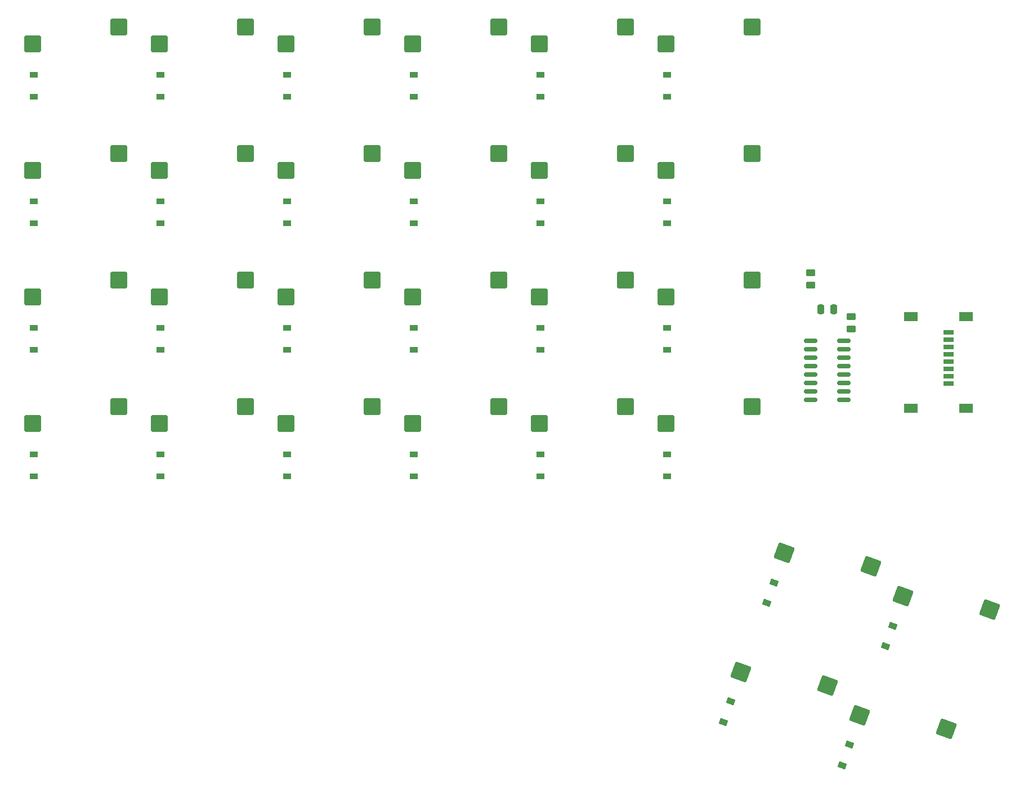
<source format=gbp>
%TF.GenerationSoftware,KiCad,Pcbnew,6.99.0-dfdedfa605*%
%TF.CreationDate,2022-05-26T14:32:38+01:00*%
%TF.ProjectId,keyboard-left,6b657962-6f61-4726-942d-6c6566742e6b,dev-1*%
%TF.SameCoordinates,Original*%
%TF.FileFunction,Paste,Bot*%
%TF.FilePolarity,Positive*%
%FSLAX46Y46*%
G04 Gerber Fmt 4.6, Leading zero omitted, Abs format (unit mm)*
G04 Created by KiCad (PCBNEW 6.99.0-dfdedfa605) date 2022-05-26 14:32:38*
%MOMM*%
%LPD*%
G01*
G04 APERTURE LIST*
G04 Aperture macros list*
%AMRoundRect*
0 Rectangle with rounded corners*
0 $1 Rounding radius*
0 $2 $3 $4 $5 $6 $7 $8 $9 X,Y pos of 4 corners*
0 Add a 4 corners polygon primitive as box body*
4,1,4,$2,$3,$4,$5,$6,$7,$8,$9,$2,$3,0*
0 Add four circle primitives for the rounded corners*
1,1,$1+$1,$2,$3*
1,1,$1+$1,$4,$5*
1,1,$1+$1,$6,$7*
1,1,$1+$1,$8,$9*
0 Add four rect primitives between the rounded corners*
20,1,$1+$1,$2,$3,$4,$5,0*
20,1,$1+$1,$4,$5,$6,$7,0*
20,1,$1+$1,$6,$7,$8,$9,0*
20,1,$1+$1,$8,$9,$2,$3,0*%
%AMRotRect*
0 Rectangle, with rotation*
0 The origin of the aperture is its center*
0 $1 length*
0 $2 width*
0 $3 Rotation angle, in degrees counterclockwise*
0 Add horizontal line*
21,1,$1,$2,0,0,$3*%
G04 Aperture macros list end*
%ADD10RoundRect,0.250000X-1.025000X-1.000000X1.025000X-1.000000X1.025000X1.000000X-1.025000X1.000000X0*%
%ADD11RoundRect,0.250000X-1.305205X-0.589122X0.621165X-1.290263X1.305205X0.589122X-0.621165X1.290263X0*%
%ADD12R,1.200000X0.900000*%
%ADD13RotRect,0.900000X1.200000X70.000000*%
%ADD14RoundRect,0.150000X0.825000X0.150000X-0.825000X0.150000X-0.825000X-0.150000X0.825000X-0.150000X0*%
%ADD15RoundRect,0.250000X-0.450000X0.262500X-0.450000X-0.262500X0.450000X-0.262500X0.450000X0.262500X0*%
%ADD16RoundRect,0.250000X-0.250000X-0.475000X0.250000X-0.475000X0.250000X0.475000X-0.250000X0.475000X0*%
%ADD17R,1.500000X0.800000*%
%ADD18R,2.000000X1.450000*%
G04 APERTURE END LIST*
D10*
%TO.C,SW1*%
X30278400Y-48083200D03*
X43205400Y-45543200D03*
%TD*%
%TO.C,SW20*%
X106478400Y-67133200D03*
X119405400Y-64593200D03*
%TD*%
%TO.C,SW10*%
X68378400Y-67133200D03*
X81305400Y-64593200D03*
%TD*%
%TO.C,SW25*%
X125528400Y-67133200D03*
X138455400Y-64593200D03*
%TD*%
%TO.C,SW17*%
X87428400Y-105233200D03*
X100355400Y-102693200D03*
%TD*%
%TO.C,SW26*%
X125528400Y-86183200D03*
X138455400Y-83643200D03*
%TD*%
%TO.C,SW15*%
X87428400Y-67133200D03*
X100355400Y-64593200D03*
%TD*%
%TO.C,SW24*%
X125528400Y-48083200D03*
X138455400Y-45543200D03*
%TD*%
D11*
%TO.C,SW18*%
X161157144Y-131264193D03*
X174173282Y-133298668D03*
%TD*%
D10*
%TO.C,SW6*%
X49328400Y-67133200D03*
X62255400Y-64593200D03*
%TD*%
%TO.C,SW21*%
X106478400Y-86183200D03*
X119405400Y-83643200D03*
%TD*%
%TO.C,SW4*%
X30278400Y-105233200D03*
X43205400Y-102693200D03*
%TD*%
D11*
%TO.C,SW23*%
X136740516Y-142649854D03*
X149756654Y-144684329D03*
%TD*%
D10*
%TO.C,SW11*%
X68378400Y-86183200D03*
X81305400Y-83643200D03*
%TD*%
%TO.C,SW19*%
X106478400Y-48083200D03*
X119405400Y-45543200D03*
%TD*%
%TO.C,SW5*%
X49328400Y-48083200D03*
X62255400Y-45543200D03*
%TD*%
%TO.C,SW27*%
X125528400Y-105233200D03*
X138455400Y-102693200D03*
%TD*%
%TO.C,SW16*%
X87428400Y-86183200D03*
X100355400Y-83643200D03*
%TD*%
%TO.C,SW8*%
X49328400Y-105233200D03*
X62255400Y-102693200D03*
%TD*%
D11*
%TO.C,SW13*%
X143256000Y-124748710D03*
X156272138Y-126783185D03*
%TD*%
D10*
%TO.C,SW3*%
X30278400Y-86183200D03*
X43205400Y-83643200D03*
%TD*%
D11*
%TO.C,SW28*%
X154641661Y-149165338D03*
X167657799Y-151199813D03*
%TD*%
D10*
%TO.C,SW7*%
X49328400Y-86183200D03*
X62255400Y-83643200D03*
%TD*%
%TO.C,SW14*%
X87428400Y-48083200D03*
X100355400Y-45543200D03*
%TD*%
%TO.C,SW9*%
X68378400Y-48083200D03*
X81305400Y-45543200D03*
%TD*%
%TO.C,SW2*%
X30278400Y-67133200D03*
X43205400Y-64593200D03*
%TD*%
%TO.C,SW22*%
X106478400Y-105233200D03*
X119405400Y-102693200D03*
%TD*%
%TO.C,SW12*%
X68378400Y-105233200D03*
X81305400Y-102693200D03*
%TD*%
D12*
%TO.C,D10*%
X68478399Y-75133199D03*
X68478399Y-71833199D03*
%TD*%
%TO.C,D2*%
X30378399Y-75133199D03*
X30378399Y-71833199D03*
%TD*%
%TO.C,D22*%
X106578399Y-113233199D03*
X106578399Y-109933199D03*
%TD*%
D13*
%TO.C,D28*%
X151999468Y-156717080D03*
X153128134Y-153616094D03*
%TD*%
%TO.C,D18*%
X158514952Y-138815936D03*
X159643618Y-135714950D03*
%TD*%
D12*
%TO.C,D9*%
X68478399Y-56083199D03*
X68478399Y-52783199D03*
%TD*%
%TO.C,D19*%
X106578399Y-56083199D03*
X106578399Y-52783199D03*
%TD*%
%TO.C,D5*%
X49428399Y-56083199D03*
X49428399Y-52783199D03*
%TD*%
%TO.C,D21*%
X106578399Y-94183199D03*
X106578399Y-90883199D03*
%TD*%
%TO.C,D27*%
X125628399Y-113233199D03*
X125628399Y-109933199D03*
%TD*%
%TO.C,D25*%
X125628399Y-75133199D03*
X125628399Y-71833199D03*
%TD*%
%TO.C,D8*%
X49428399Y-113233199D03*
X49428399Y-109933199D03*
%TD*%
%TO.C,D4*%
X30378399Y-113233199D03*
X30378399Y-109933199D03*
%TD*%
D13*
%TO.C,D23*%
X134098323Y-150201596D03*
X135226989Y-147100610D03*
%TD*%
D12*
%TO.C,D20*%
X106578399Y-75133199D03*
X106578399Y-71833199D03*
%TD*%
D14*
%TO.C,U1*%
X152233400Y-92786200D03*
X152233400Y-94056200D03*
X152233400Y-95326200D03*
X152233400Y-96596200D03*
X152233400Y-97866200D03*
X152233400Y-99136200D03*
X152233400Y-100406200D03*
X152233400Y-101676200D03*
X147283400Y-101676200D03*
X147283400Y-100406200D03*
X147283400Y-99136200D03*
X147283400Y-97866200D03*
X147283400Y-96596200D03*
X147283400Y-95326200D03*
X147283400Y-94056200D03*
X147283400Y-92786200D03*
%TD*%
D13*
%TO.C,D13*%
X140613807Y-132300452D03*
X141742473Y-129199466D03*
%TD*%
D15*
%TO.C,R2*%
X153314400Y-89206700D03*
X153314400Y-91031700D03*
%TD*%
D16*
%TO.C,C1*%
X148808400Y-88087200D03*
X150708400Y-88087200D03*
%TD*%
D12*
%TO.C,D26*%
X125628399Y-94183199D03*
X125628399Y-90883199D03*
%TD*%
D17*
%TO.C,J1*%
X167986399Y-99288199D03*
X167986399Y-98188199D03*
X167986399Y-97088199D03*
X167986399Y-95988199D03*
X167986399Y-94888199D03*
X167986399Y-93788199D03*
X167986399Y-92688199D03*
X167986399Y-91588199D03*
D18*
X162286399Y-102963199D03*
X170586399Y-102963199D03*
X162286399Y-89213199D03*
X170586399Y-89213199D03*
%TD*%
D12*
%TO.C,D14*%
X87528399Y-56083199D03*
X87528399Y-52783199D03*
%TD*%
%TO.C,D6*%
X49428399Y-75133199D03*
X49428399Y-71833199D03*
%TD*%
%TO.C,D11*%
X68478399Y-94183199D03*
X68478399Y-90883199D03*
%TD*%
%TO.C,D16*%
X87528399Y-94183199D03*
X87528399Y-90883199D03*
%TD*%
%TO.C,D3*%
X30378399Y-94183199D03*
X30378399Y-90883199D03*
%TD*%
%TO.C,D15*%
X87528399Y-75133199D03*
X87528399Y-71833199D03*
%TD*%
%TO.C,D24*%
X125628399Y-56083199D03*
X125628399Y-52783199D03*
%TD*%
%TO.C,D17*%
X87528399Y-113233199D03*
X87528399Y-109933199D03*
%TD*%
D15*
%TO.C,R1*%
X147218400Y-82602700D03*
X147218400Y-84427700D03*
%TD*%
D12*
%TO.C,D1*%
X30378399Y-56083199D03*
X30378399Y-52783199D03*
%TD*%
%TO.C,D12*%
X68478399Y-113233199D03*
X68478399Y-109933199D03*
%TD*%
%TO.C,D7*%
X49428399Y-94183199D03*
X49428399Y-90883199D03*
%TD*%
M02*

</source>
